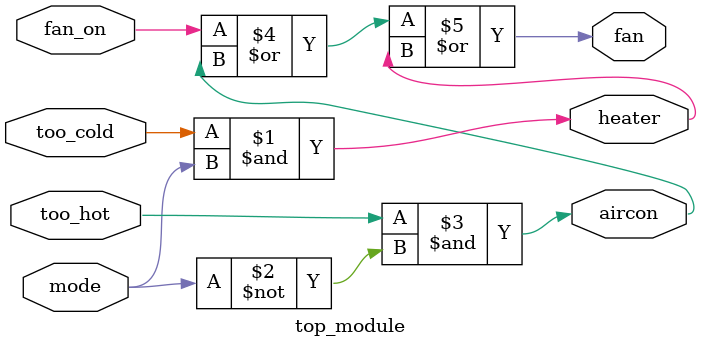
<source format=v>
module top_module (
    input too_cold,
    input too_hot,
    input mode,
    input fan_on,
    output heater,
    output aircon,
    output fan
);  wire w1,w2;
	  assign heater = too_cold & mode;
    assign aircon = too_hot & ~mode;
    assign fan = fan_on | aircon | heater; 
endmodule

</source>
